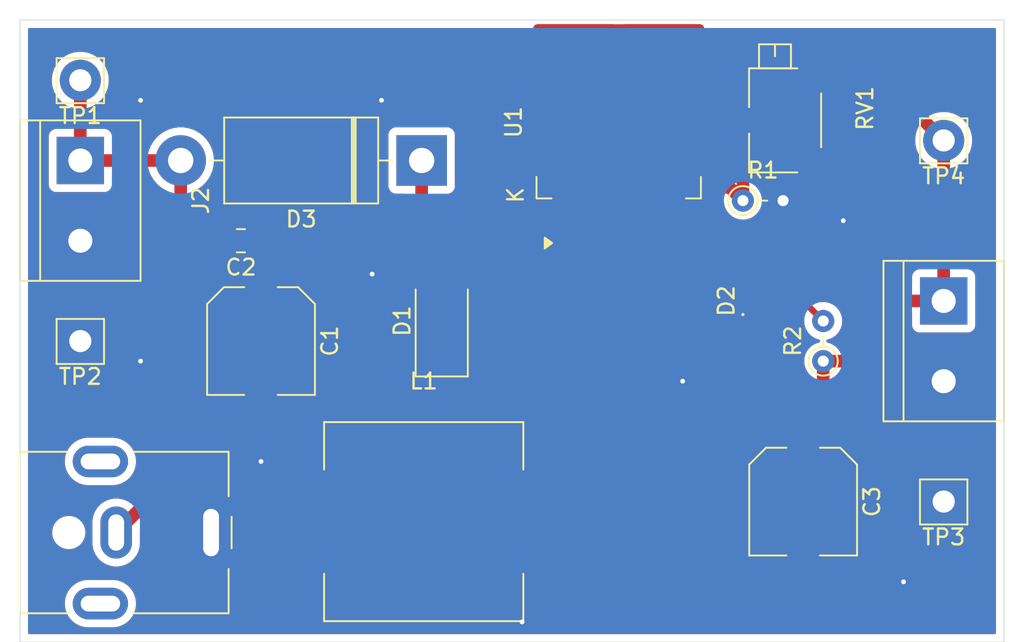
<source format=kicad_pcb>
(kicad_pcb (version 20241229) (generator "pcbnew") (generator_version "9.0")
  (layers (0 "F.Cu" signal) (2 "B.Cu" signal) (13 "F.Paste" user) (15 "B.Paste" user) (5 "F.SilkS" user "F.Silkscreen") (7 "B.SilkS" user "B.Silkscreen") (1 "F.Mask" user) (3 "B.Mask" user) (25 "Edge.Cuts" user))
  (net 0 "")
  (net 1 "Net-(D3-K)")
  (net 2 "GND")
  (net 3 "Out+")
  (net 4 "Net-(D1-K)")
  (net 5 "Net-(D2-A)")
  (net 6 "In+")
  (net 7 "Net-(U1-FB)")
  (footprint "Resistor_THT:R_Axial_DIN0204_L3.6mm_D1.6mm_P2.54mm_Vertical" (layer "F.Cu") (at 107.95 69.85)
    (property "Reference" "R1" (at 1.27 -1.92 0) (layer "F.SilkS"))
    (property "Value" "330")
    (fp_line (start 0.92 0) (end 1.54 0) (stroke (width 0.12)) (layer "F.SilkS"))
    (fp_circle (center 0 0) (end 0.92 0) (stroke (width 0.12)) (fill no) (layer "F.SilkS"))
    (pad "1" thru_hole circle (at 0 0) (size 1.4 1.4) (drill 0.7) (layers "*.Cu" "*.Mask") (net 7 "Net-(U1-FB)"))
    (pad "2" thru_hole oval (at 2.54 0) (size 1.4 1.4) (drill 0.7) (layers "*.Cu" "*.Mask") (net 2 "GND"))
  )
  (footprint "TerminalBlock:TerminalBlock_bornier-2_P5.08mm" (layer "F.Cu") (at 120.65 76.2 -90)
    (property "Reference" "J3" (hide yes))
    (property "Value" "Screw_Terminal_01x02" (hide yes))
    (fp_line (start -2.54 3.81) (end 7.62 3.81) (stroke (width 0.12)) (layer "F.SilkS"))
    (fp_line (start 7.62 3.81) (end 7.62 -3.81) (stroke (width 0.12)) (layer "F.SilkS"))
    (fp_line (start 7.62 2.54) (end -2.54 2.54) (stroke (width 0.12)) (layer "F.SilkS"))
    (fp_line (start -2.54 -3.81) (end -2.54 3.81) (stroke (width 0.12)) (layer "F.SilkS"))
    (fp_line (start 7.62 -3.81) (end -2.54 -3.81) (stroke (width 0.12)) (layer "F.SilkS"))
    (pad "1" thru_hole rect (at 0 0 270) (size 3 3) (drill 1.52) (layers "*.Cu" "*.Mask") (net 3 "Out+"))
    (pad "2" thru_hole circle (at 5.08 0 270) (size 3 3) (drill 1.52) (layers "*.Cu" "*.Mask") (net 2 "GND"))
  )
  (footprint "Connector_Pin:Pin_D1.4mm_L8.5mm_W2.8mm_FlatFork" (layer "F.Cu") (at 120.65 66.04)
    (property "Reference" "TP4" (at 0 2.25 0) (layer "F.SilkS"))
    (property "Value" "TestPoint")
    (fp_line (start -1.5 -1.4) (end -1.5 1.45) (stroke (width 0.12)) (layer "F.SilkS"))
    (fp_line (start -1.5 -1.4) (end 1.5 -1.4) (stroke (width 0.12)) (layer "F.SilkS"))
    (fp_line (start -1.5 1.45) (end 1.5 1.45) (stroke (width 0.12)) (layer "F.SilkS"))
    (fp_line (start 1.5 -1.4) (end 1.5 1.45) (stroke (width 0.12)) (layer "F.SilkS"))
    (pad "1" thru_hole circle (at 0 0) (size 2.6 2.6) (drill 1.4) (layers "*.Cu" "*.Mask") (net 3 "Out+"))
  )
  (footprint "Capacitor_SMD:C_0805_2012Metric" (layer "F.Cu") (at 76.2 72.39 180)
    (property "Reference" "C2" (at 0 -1.68 0) (layer "F.SilkS"))
    (property "Value" "1uF")
    (fp_line (start -0.261252 0.735) (end 0.261252 0.735) (stroke (width 0.12)) (layer "F.SilkS"))
    (fp_line (start -0.261252 -0.735) (end 0.261252 -0.735) (stroke (width 0.12)) (layer "F.SilkS"))
    (pad "1" smd roundrect (at -0.95 0 180) (size 1 1.45) (layers "F.Cu" "F.Mask" "F.Paste") (net 1 "Net-(D3-K)"))
    (pad "2" smd roundrect (at 0.95 0 180) (size 1 1.45) (layers "F.Cu" "F.Mask" "F.Paste") (net 2 "GND"))
  )
  (footprint "Inductor_SMD:L_12x12mm_H4.5mm" (layer "F.Cu") (at 87.76 90.17)
    (property "Reference" "L1" (at 0 -8.89 0) (layer "F.SilkS"))
    (property "Value" "47uH")
    (fp_line (start -6.3 -6.3) (end 6.3 -6.3) (stroke (width 0.12)) (layer "F.SilkS"))
    (fp_line (start -6.3 -3.3) (end -6.3 -6.3) (stroke (width 0.12)) (layer "F.SilkS"))
    (fp_line (start -6.3 6.3) (end -6.3 3.3) (stroke (width 0.12)) (layer "F.SilkS"))
    (fp_line (start 6.3 -6.3) (end 6.3 -3.3) (stroke (width 0.12)) (layer "F.SilkS"))
    (fp_line (start 6.3 3.3) (end 6.3 6.3) (stroke (width 0.12)) (layer "F.SilkS"))
    (fp_line (start 6.3 6.3) (end -6.3 6.3) (stroke (width 0.12)) (layer "F.SilkS"))
    (pad "1" smd rect (at -4.95 0) (size 2.9 5.4) (layers "F.Cu" "F.Mask" "F.Paste") (net 4 "Net-(D1-K)"))
    (pad "2" smd rect (at 4.95 0) (size 2.9 5.4) (layers "F.Cu" "F.Mask" "F.Paste") (net 3 "Out+"))
  )
  (footprint "Potentiometer_SMD:Potentiometer_Bourns_3269X_Horizontal" (layer "F.Cu") (at 110.615 64.77 -90)
    (property "Reference" "RV1" (at -0.76 -5.06 90) (layer "F.SilkS"))
    (property "Value" "R_Potentiometer_US" (hide yes))
    (fp_line (start -3.295 2.275) (end -0.835 2.275) (stroke (width 0.12)) (layer "F.SilkS"))
    (fp_line (start 0.835 2.275) (end 3.295 2.275) (stroke (width 0.12)) (layer "F.SilkS"))
    (fp_line (start -4.815 1.645) (end -3.296 1.645) (stroke (width 0.12)) (layer "F.SilkS"))
    (fp_line (start -4.815 0.635) (end -4.056 0.635) (stroke (width 0.12)) (layer "F.SilkS"))
    (fp_line (start -4.815 -0.375) (end -4.815 1.645) (stroke (width 0.12)) (layer "F.SilkS"))
    (fp_line (start -4.815 -0.375) (end -3.296 -0.375) (stroke (width 0.12)) (layer "F.SilkS"))
    (fp_line (start -3.296 -0.375) (end -3.296 1.645) (stroke (width 0.12)) (layer "F.SilkS"))
    (fp_line (start -3.295 -0.779) (end -3.295 2.275) (stroke (width 0.12)) (layer "F.SilkS"))
    (fp_line (start 3.295 -0.779) (end 3.295 2.275) (stroke (width 0.12)) (layer "F.SilkS"))
    (fp_line (start -1.705 -2.285) (end 1.705 -2.285) (stroke (width 0.12)) (layer "F.SilkS"))
    (pad "1" smd rect (at 2.54 -2.415 270) (size 1.19 2.79) (layers "F.Cu" "F.Mask" "F.Paste") (net 7 "Net-(U1-FB)"))
    (pad "2" smd rect (at 0 2.415 270) (size 1.19 2.79) (layers "F.Cu" "F.Mask" "F.Paste") (net 7 "Net-(U1-FB)"))
    (pad "3" smd rect (at -2.54 -2.415 270) (size 1.19 2.79) (layers "F.Cu" "F.Mask" "F.Paste") (net 3 "Out+"))
  )
  (footprint "Diode_SMD:D_SMA" (layer "F.Cu") (at 88.9 77.47 90)
    (property "Reference" "D1" (at 0 -2.5 90) (layer "F.SilkS"))
    (property "Value" "SS34")
    (fp_line (start -3.51 -1.65) (end 2 -1.65) (stroke (width 0.12)) (layer "F.SilkS"))
    (fp_line (start -3.51 -1.65) (end -3.51 1.65) (stroke (width 0.12)) (layer "F.SilkS"))
    (fp_line (start -3.51 1.65) (end 2 1.65) (stroke (width 0.12)) (layer "F.SilkS"))
    (pad "1" smd roundrect (at -2 0 90) (size 2.5 1.8) (layers "F.Cu" "F.Mask" "F.Paste") (roundrect_rratio 0.1388888889) (net 4 "Net-(D1-K)"))
    (pad "2" smd roundrect (at 2 0 90) (size 2.5 1.8) (layers "F.Cu" "F.Mask" "F.Paste") (roundrect_rratio 0.1388888889) (net 2 "GND"))
  )
  (footprint "TerminalBlock:TerminalBlock_bornier-2_P5.08mm" (layer "F.Cu") (at 66.04 67.31 -90)
    (property "Reference" "J2" (at 2.54 -7.62 90) (layer "F.SilkS"))
    (property "Value" "Screw_Terminal_01x02" (hide yes))
    (fp_line (start -2.54 3.81) (end 7.62 3.81) (stroke (width 0.12)) (layer "F.SilkS"))
    (fp_line (start 7.62 3.81) (end 7.62 -3.81) (stroke (width 0.12)) (layer "F.SilkS"))
    (fp_line (start 7.62 2.54) (end -2.54 2.54) (stroke (width 0.12)) (layer "F.SilkS"))
    (fp_line (start -2.54 -3.81) (end -2.54 3.81) (stroke (width 0.12)) (layer "F.SilkS"))
    (fp_line (start 7.62 -3.81) (end -2.54 -3.81) (stroke (width 0.12)) (layer "F.SilkS"))
    (pad "1" thru_hole rect (at 0 0 270) (size 3 3) (drill 1.52) (layers "*.Cu" "*.Mask") (net 6 "In+"))
    (pad "2" thru_hole circle (at 5.08 0 270) (size 3 3) (drill 1.52) (layers "*.Cu" "*.Mask") (net 2 "GND"))
  )
  (footprint "Capacitor_SMD:C_Elec_6.3x7.7" (layer "F.Cu") (at 77.47 78.74 -90)
    (property "Reference" "C1" (at 0 -4.35 90) (layer "F.SilkS"))
    (property "Value" "100uF")
    (fp_line (start -2.345563 3.41) (end 3.41 3.41) (stroke (width 0.12)) (layer "F.SilkS"))
    (fp_line (start 3.41 3.41) (end 3.41 1.06) (stroke (width 0.12)) (layer "F.SilkS"))
    (fp_line (start -3.41 2.345563) (end -2.345563 3.41) (stroke (width 0.12)) (layer "F.SilkS"))
    (fp_line (start -3.41 2.345563) (end -3.41 1.06) (stroke (width 0.12)) (layer "F.SilkS"))
    (fp_line (start -3.41 -2.345563) (end -3.41 -1.06) (stroke (width 0.12)) (layer "F.SilkS"))
    (fp_line (start -3.41 -2.345563) (end -2.345563 -3.41) (stroke (width 0.12)) (layer "F.SilkS"))
    (fp_line (start -2.345563 -3.41) (end 3.41 -3.41) (stroke (width 0.12)) (layer "F.SilkS"))
    (fp_line (start 3.41 -3.41) (end 3.41 -1.06) (stroke (width 0.12)) (layer "F.SilkS"))
    (pad "1" smd roundrect (at -2.5375 0 270) (size 3.325 1.6) (layers "F.Cu" "F.Mask" "F.Paste") (roundrect_rratio 0.15625) (net 1 "Net-(D3-K)"))
    (pad "2" smd roundrect (at 2.5375 0 270) (size 3.325 1.6) (layers "F.Cu" "F.Mask" "F.Paste") (roundrect_rratio 0.15625) (net 2 "GND"))
  )
  (footprint "Package_TO_SOT_SMD:TO-263-5_TabPin3" (layer "F.Cu") (at 100.095 64.885 90)
    (property "Reference" "U1" (at 0 -6.65 90) (layer "F.SilkS"))
    (property "Value" "LM2596S-ADJ" (hide yes))
    (fp_line (start -3.46 -5.2) (end -4.825 -5.2) (stroke (width 0.12)) (layer "F.SilkS"))
    (fp_line (start -4.825 -5.2) (end -4.825 -4.25) (stroke (width 0.12)) (layer "F.SilkS"))
    (fp_line (start -3.46 5.2) (end -4.825 5.2) (stroke (width 0.12)) (layer "F.SilkS"))
    (fp_line (start -4.825 5.2) (end -4.825 4.25) (stroke (width 0.12)) (layer "F.SilkS"))
    (fp_poly (pts (xy -7.65 -4.21) (xy -7.99 -4.68) (xy -7.31 -4.68) (xy -7.65 -4.21)) (stroke (width 0.12)) (fill yes) (layer "F.SilkS"))
    (pad "1" smd roundrect (at -7.65 -3.4 90) (size 4.6 1.1) (layers "F.Cu" "F.Mask" "F.Paste") (roundrect_rratio 0.227273) (net 1 "Net-(D3-K)"))
    (pad "2" smd roundrect (at -7.65 -1.7 90) (size 4.6 1.1) (layers "F.Cu" "F.Mask" "F.Paste") (roundrect_rratio 0.227273) (net 4 "Net-(D1-K)"))
    (pad "3" smd roundrect (at -7.65 0 90) (size 4.6 1.1) (layers "F.Cu" "F.Mask" "F.Paste") (roundrect_rratio 0.227273) (net 2 "GND"))
    (pad "3" smd roundrect (at -0.925 -2.775 90) (size 4.55 5.25) (layers "F.Cu" "F.Paste") (roundrect_rratio 0.054945) (net 2 "GND"))
    (pad "3" smd roundrect (at -0.925 2.775 90) (size 4.55 5.25) (layers "F.Cu" "F.Paste") (roundrect_rratio 0.054945) (net 2 "GND"))
    (pad "3" smd roundrect (at 1.5 0 90) (size 9.4 10.8) (layers "F.Cu" "F.Mask") (roundrect_rratio 0.026596) (net 2 "GND"))
    (pad "3" smd roundrect (at 3.925 -2.775 90) (size 4.55 5.25) (layers "F.Cu" "F.Paste") (roundrect_rratio 0.054945) (net 2 "GND"))
    (pad "3" smd roundrect (at 3.925 2.775 90) (size 4.55 5.25) (layers "F.Cu" "F.Paste") (roundrect_rratio 0.054945) (net 2 "GND"))
    (pad "4" smd roundrect (at -7.65 1.7 90) (size 4.6 1.1) (layers "F.Cu" "F.Mask" "F.Paste") (roundrect_rratio 0.227273) (net 7 "Net-(U1-FB)"))
    (pad "5" smd roundrect (at -7.65 3.4 90) (size 4.6 1.1) (layers "F.Cu" "F.Mask" "F.Paste") (roundrect_rratio 0.227273) (net 2 "GND"))
  )
  (footprint "Capacitor_SMD:C_Elec_6.3x7.7" (layer "F.Cu") (at 111.76 88.9025 -90)
    (property "Reference" "C3" (at 0 -4.35 90) (layer "F.SilkS"))
    (property "Value" "220uF 35v")
    (fp_line (start -2.345563 3.41) (end 3.41 3.41) (stroke (width 0.12)) (layer "F.SilkS"))
    (fp_line (start 3.41 3.41) (end 3.41 1.06) (stroke (width 0.12)) (layer "F.SilkS"))
    (fp_line (start -3.41 2.345563) (end -2.345563 3.41) (stroke (width 0.12)) (layer "F.SilkS"))
    (fp_line (start -3.41 2.345563) (end -3.41 1.06) (stroke (width 0.12)) (layer "F.SilkS"))
    (fp_line (start -3.41 -2.345563) (end -3.41 -1.06) (stroke (width 0.12)) (layer "F.SilkS"))
    (fp_line (start -3.41 -2.345563) (end -2.345563 -3.41) (stroke (width 0.12)) (layer "F.SilkS"))
    (fp_line (start -2.345563 -3.41) (end 3.41 -3.41) (stroke (width 0.12)) (layer "F.SilkS"))
    (fp_line (start 3.41 -3.41) (end 3.41 -1.06) (stroke (width 0.12)) (layer "F.SilkS"))
    (pad "1" smd roundrect (at -2.5375 0 270) (size 3.325 1.6) (layers "F.Cu" "F.Mask" "F.Paste") (roundrect_rratio 0.15625) (net 3 "Out+"))
    (pad "2" smd roundrect (at 2.5375 0 270) (size 3.325 1.6) (layers "F.Cu" "F.Mask" "F.Paste") (roundrect_rratio 0.15625) (net 2 "GND"))
  )
  (footprint "Resistor_THT:R_Axial_DIN0204_L3.6mm_D1.6mm_P2.54mm_Vertical" (layer "F.Cu") (at 113.03 80.01 90)
    (property "Reference" "R2" (at 1.27 -1.92 90) (layer "F.SilkS"))
    (property "Value" "2,2K")
    (fp_line (start 0.92 0) (end 1.54 0) (stroke (width 0.12)) (layer "F.SilkS"))
    (fp_circle (center 0 0) (end 0.92 0) (stroke (width 0.12)) (fill no) (layer "F.SilkS"))
    (pad "1" thru_hole circle (at 0 0 90) (size 1.4 1.4) (drill 0.7) (layers "*.Cu" "*.Mask") (net 3 "Out+"))
    (pad "2" thru_hole oval (at 2.54 0 90) (size 1.4 1.4) (drill 0.7) (layers "*.Cu" "*.Mask") (net 5 "Net-(D2-A)"))
  )
  (footprint "Connector_BarrelJack:BarrelJack_CUI_PJ-063AH_Horizontal" (layer "F.Cu") (at 74.31 90.86 -90)
    (property "Reference" "J1" (hide yes))
    (property "Value" "Barrel_Jack_Switch" (hide yes))
    (fp_line (start -5.11 12.11) (end -5.11 9.05) (stroke (width 0.12)) (layer "F.SilkS"))
    (fp_line (start 5.11 12.11) (end -5.11 12.11) (stroke (width 0.12)) (layer "F.SilkS"))
    (fp_line (start 5.11 9.05) (end 5.11 12.11) (stroke (width 0.12)) (layer "F.SilkS"))
    (fp_line (start -5.11 4.95) (end -5.11 -1.11) (stroke (width 0.12)) (layer "F.SilkS"))
    (fp_line (start -5.11 -1.11) (end -2.3 -1.11) (stroke (width 0.12)) (layer "F.SilkS"))
    (fp_line (start 2.3 -1.11) (end 5.11 -1.11) (stroke (width 0.12)) (layer "F.SilkS"))
    (fp_line (start 5.11 -1.11) (end 5.11 4.95) (stroke (width 0.12)) (layer "F.SilkS"))
    (fp_line (start -1 -1.3) (end 1 -1.3) (stroke (width 0.12)) (layer "F.SilkS"))
    (pad "" np_thru_hole circle (at 0 9 270) (size 1.6 1.6) (drill 1.6) (layers "*.Cu" "*.Mask"))
    (pad "1" thru_hole rect (at 0 0 270) (size 4 2) (drill oval 3 1) (layers "*.Cu" "*.Mask") (net 2 "GND"))
    (pad "2" thru_hole oval (at 0 6 270) (size 3.3 2) (drill oval 2.3 1) (layers "*.Cu" "*.Mask") (net 6 "In+"))
    (pad "MP" thru_hole oval (at -4.5 7 270) (size 2 3.5) (drill oval 1 2.5) (layers "*.Cu" "*.Mask"))
    (pad "MP" thru_hole oval (at 4.5 7 270) (size 2 3.5) (drill oval 1 2.5) (layers "*.Cu" "*.Mask"))
  )
  (footprint "Connector_Pin:Pin_D1.4mm_L8.5mm_W2.8mm_FlatFork" (layer "F.Cu") (at 66.04 62.23)
    (property "Reference" "TP1" (at 0 2.25 0) (layer "F.SilkS"))
    (property "Value" "TestPoint")
    (fp_line (start -1.5 -1.4) (end -1.5 1.45) (stroke (width 0.12)) (layer "F.SilkS"))
    (fp_line (start -1.5 -1.4) (end 1.5 -1.4) (stroke (width 0.12)) (layer "F.SilkS"))
    (fp_line (start -1.5 1.45) (end 1.5 1.45) (stroke (width 0.12)) (layer "F.SilkS"))
    (fp_line (start 1.5 -1.4) (end 1.5 1.45) (stroke (width 0.12)) (layer "F.SilkS"))
    (pad "1" thru_hole circle (at 0 0) (size 2.6 2.6) (drill 1.4) (layers "*.Cu" "*.Mask") (net 6 "In+"))
  )
  (footprint "Connector_Pin:Pin_D1.4mm_L8.5mm_W2.8mm_FlatFork" (layer "F.Cu") (at 120.65 88.9)
    (property "Reference" "TP3" (at 0 2.25 0) (layer "F.SilkS"))
    (property "Value" "TestPoint")
    (fp_line (start -1.5 -1.4) (end -1.5 1.45) (stroke (width 0.12)) (layer "F.SilkS"))
    (fp_line (start -1.5 -1.4) (end 1.5 -1.4) (stroke (width 0.12)) (layer "F.SilkS"))
    (fp_line (start -1.5 1.45) (end 1.5 1.45) (stroke (width 0.12)) (layer "F.SilkS"))
    (fp_line (start 1.5 -1.4) (end 1.5 1.45) (stroke (width 0.12)) (layer "F.SilkS"))
    (pad "1" thru_hole circle (at 0 0) (size 2.6 2.6) (drill 1.4) (layers "*.Cu" "*.Mask") (net 2 "GND"))
  )
  (footprint "Connector_Pin:Pin_D1.4mm_L8.5mm_W2.8mm_FlatFork" (layer "F.Cu") (at 66.04 78.74)
    (property "Reference" "TP2" (at 0 2.25 0) (layer "F.SilkS"))
    (property "Value" "TestPoint")
    (fp_line (start -1.5 -1.4) (end -1.5 1.45) (stroke (width 0.12)) (layer "F.SilkS"))
    (fp_line (start -1.5 -1.4) (end 1.5 -1.4) (stroke (width 0.12)) (layer "F.SilkS"))
    (fp_line (start -1.5 1.45) (end 1.5 1.45) (stroke (width 0.12)) (layer "F.SilkS"))
    (fp_line (start 1.5 -1.4) (end 1.5 1.45) (stroke (width 0.12)) (layer "F.SilkS"))
    (pad "1" thru_hole circle (at 0 0) (size 2.6 2.6) (drill 1.4) (layers "*.Cu" "*.Mask") (net 2 "GND"))
  )
  (footprint "Diode_THT:D_DO-201AD_P15.24mm_Horizontal" (layer "F.Cu") (at 87.63 67.31 180)
    (property "Reference" "D3" (at 7.62 -3.72 0) (layer "F.SilkS"))
    (property "Value" "SB560")
    (fp_line (start 13.4 0) (end 12.49 0) (stroke (width 0.12)) (layer "F.SilkS"))
    (fp_line (start 12.49 2.72) (end 12.49 -2.72) (stroke (width 0.12)) (layer "F.SilkS"))
    (fp_line (start 12.49 -2.72) (end 2.75 -2.72) (stroke (width 0.12)) (layer "F.SilkS"))
    (fp_line (start 4.415 -2.72) (end 4.415 2.72) (stroke (width 0.12)) (layer "F.SilkS"))
    (fp_line (start 4.295 -2.72) (end 4.295 2.72) (stroke (width 0.12)) (layer "F.SilkS"))
    (fp_line (start 4.175 -2.72) (end 4.175 2.72) (stroke (width 0.12)) (layer "F.SilkS"))
    (fp_line (start 2.75 2.72) (end 12.49 2.72) (stroke (width 0.12)) (layer "F.SilkS"))
    (fp_line (start 2.75 -2.72) (end 2.75 2.72) (stroke (width 0.12)) (layer "F.SilkS"))
    (fp_line (start 1.84 0) (end 2.75 0) (stroke (width 0.12)) (layer "F.SilkS"))
    (fp_text user "K" (at -5.94 -2.19 270) (layer "F.SilkS"))
    (pad "1" thru_hole rect (at 0 0 180) (size 3.2 3.2) (drill 1.6) (layers "*.Cu" "*.Mask") (net 1 "Net-(D3-K)"))
    (pad "2" thru_hole oval (at 15.24 0 180) (size 3.2 3.2) (drill 1.6) (layers "*.Cu" "*.Mask") (net 6 "In+"))
  )
  (footprint "LED_SMD:LED_0201_0603Metric" (layer "F.Cu") (at 107.95 76.2 90)
    (property "Reference" "D2" (at 0 -1.05 90) (layer "F.SilkS"))
    (property "Value" "LED")
    (fp_circle (center -0.86 0) (end -0.81 0) (stroke (width 0.1)) (fill no) (layer "F.SilkS"))
    (pad "1" smd roundrect (at -0.32 0 90) (size 0.46 0.4) (layers "F.Cu" "F.Mask") (net 2 "GND"))
    (pad "2" smd roundrect (at 0.32 0 90) (size 0.46 0.4) (layers "F.Cu" "F.Mask") (net 5 "Net-(D2-A)"))
  )
  (gr_line (start 62.23 58.42) (end 124.46 58.42) (stroke (width 0.05)) (layer "Edge.Cuts"))
  (gr_line (start 62.23 97.79) (end 62.23 58.42) (stroke (width 0.05)) (layer "Edge.Cuts"))
  (gr_line (start 124.46 97.79) (end 62.23 97.79) (stroke (width 0.05)) (layer "Edge.Cuts"))
  (gr_line (start 124.46 58.42) (end 124.46 97.79) (stroke (width 0.05)) (layer "Edge.Cuts"))
  (segment (start 85.09 72.39) (end 87.63 69.85) (width 0.8) (layer "F.Cu") (net 1))
  (segment (start 87.63 69.85) (end 90.17 69.85) (width 0.8) (layer "F.Cu") (net 1))
  (segment (start 77.15 72.39) (end 85.09 72.39) (width 0.8) (layer "F.Cu") (net 1))
  (segment (start 92.855 72.535) (end 96.695 72.535) (width 0.8) (layer "F.Cu") (net 1))
  (segment (start 77.15 75.8825) (end 77.47 76.2025) (width 0.4) (layer "F.Cu") (net 1))
  (segment (start 90.17 69.85) (end 92.855 72.535) (width 0.8) (layer "F.Cu") (net 1))
  (segment (start 87.63 69.85) (end 87.63 67.31) (width 0.8) (layer "F.Cu") (net 1))
  (segment (start 77.15 72.39) (end 77.15 75.8825) (width 0.8) (layer "F.Cu") (net 1))
  (via (at 84.5 74.5) (size 0.6) (drill 0.3) (layers "F.Cu" "B.Cu") (net 2))
  (via (at 104.14 81.28) (size 0.6) (drill 0.3) (layers "F.Cu" "B.Cu") (net 2))
  (via (at 69.85 80.01) (size 0.6) (drill 0.3) (layers "F.Cu" "B.Cu") (net 2))
  (via (at 118.11 93.98) (size 0.6) (drill 0.3) (layers "F.Cu" "B.Cu") (net 2))
  (via (at 69.85 63.5) (size 0.6) (drill 0.3) (layers "F.Cu" "B.Cu") (net 2))
  (via (at 77.47 86.36) (size 0.6) (drill 0.3) (layers "F.Cu" "B.Cu") (net 2))
  (via (at 85.09 63.5) (size 0.6) (drill 0.3) (layers "F.Cu" "B.Cu") (net 2))
  (via (at 114.3 71.12) (size 0.6) (drill 0.3) (layers "F.Cu" "B.Cu") (net 2))
  (via (at 93.98 96.52) (size 0.6) (drill 0.3) (layers "F.Cu" "B.Cu") (net 2))
  (segment (start 113.03 80.01) (end 114.3 80.01) (width 0.8) (layer "F.Cu") (net 3))
  (segment (start 120.65 66.04) (end 116.84 62.23) (width 0.8) (layer "F.Cu") (net 3))
  (segment (start 107.955 90.17) (end 92.71 90.17) (width 0.8) (layer "F.Cu") (net 3))
  (segment (start 114.3 80.01) (end 118.11 76.2) (width 0.8) (layer "F.Cu") (net 3))
  (segment (start 113.03 85.095) (end 111.76 86.365) (width 0.4) (layer "F.Cu") (net 3))
  (segment (start 120.65 66.04) (end 120.65 76.2) (width 0.8) (layer "F.Cu") (net 3))
  (segment (start 116.84 62.23) (end 113.03 62.23) (width 0.8) (layer "F.Cu") (net 3))
  (segment (start 118.11 76.2) (end 120.65 76.2) (width 0.8) (layer "F.Cu") (net 3))
  (segment (start 111.76 86.365) (end 107.955 90.17) (width 0.8) (layer "F.Cu") (net 3))
  (segment (start 113.03 80.01) (end 113.03 85.095) (width 0.8) (layer "F.Cu") (net 3))
  (segment (start 82.81 85.56) (end 88.9 79.47) (width 0.8) (layer "F.Cu") (net 4))
  (segment (start 93.76 79.47) (end 88.9 79.47) (width 0.8) (layer "F.Cu") (net 4))
  (segment (start 82.81 90.17) (end 82.81 85.56) (width 0.8) (layer "F.Cu") (net 4))
  (segment (start 98.395 74.835) (end 93.76 79.47) (width 0.8) (layer "F.Cu") (net 4))
  (segment (start 98.395 72.535) (end 98.395 74.835) (width 0.2) (layer "F.Cu") (net 4))
  (segment (start 111.44 75.88) (end 107.95 75.88) (width 0.4) (layer "F.Cu") (net 5))
  (segment (start 113.03 77.47) (end 111.44 75.88) (width 0.4) (layer "F.Cu") (net 5))
  (segment (start 66.04 67.31) (end 71.12 67.31) (width 0.8) (layer "F.Cu") (net 6))
  (segment (start 68.31 90.86) (end 72.39 86.78) (width 0.8) (layer "F.Cu") (net 6))
  (segment (start 71.12 67.31) (end 72.39 68.58) (width 0.4) (layer "F.Cu") (net 6))
  (segment (start 66.04 62.23) (end 66.04 67.31) (width 0.8) (layer "F.Cu") (net 6))
  (segment (start 72.39 86.78) (end 72.39 67.31) (width 0.8) (layer "F.Cu") (net 6))
  (segment (start 107.95 65.02) (end 108.2 64.77) (width 0.4) (layer "F.Cu") (net 7))
  (segment (start 107.1 69) (end 107.95 69.85) (width 0.8) (layer "F.Cu") (net 7))
  (segment (start 102 69) (end 107.1 69) (width 0.8) (layer "F.Cu") (net 7))
  (segment (start 107.95 69.85) (end 107.95 65.02) (width 0.8) (layer "F.Cu") (net 7))
  (segment (start 101.795 72.535) (end 101.795 69.205) (width 0.8) (layer "F.Cu") (net 7))
  (segment (start 101.795 69.205) (end 102 69) (width 0.4) (layer "F.Cu") (net 7))
  (zone (net 2) (net_name "GND") (layers "F.Cu" "B.Cu") (name "GND") (connect_pads yes (clearance 0.5)) (min_thickness 0.2) (fill yes (thermal_gap 0.5) (thermal_bridge_width 0.5))
    (polygon (pts (xy 60.96 57.15) (xy 125.73 57.15) (xy 125.73 97.79) (xy 60.96 97.79)))
  )
)
</source>
